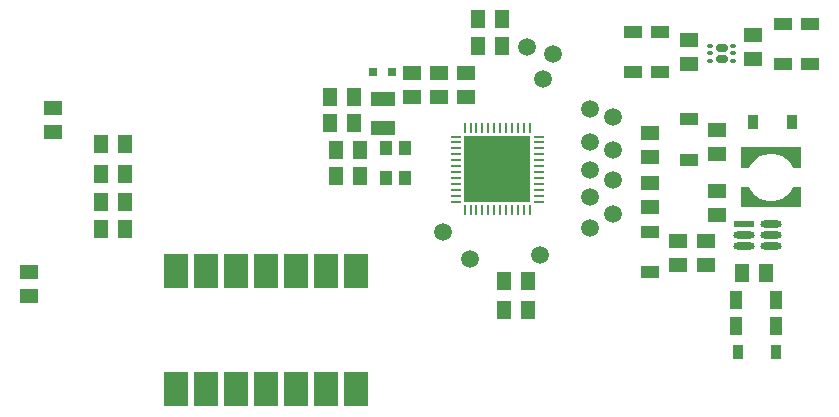
<source format=gtp>
G04*
G04 #@! TF.GenerationSoftware,Altium Limited,Altium Designer,22.2.1 (43)*
G04*
G04 Layer_Color=8421504*
%FSLAX25Y25*%
%MOIN*%
G70*
G04*
G04 #@! TF.SameCoordinates,3A658960-9040-4E96-AE8A-DEED508C0D5D*
G04*
G04*
G04 #@! TF.FilePolarity,Positive*
G04*
G01*
G75*
G04:AMPARAMS|DCode=18|XSize=39.37mil|YSize=27.56mil|CornerRadius=6.89mil|HoleSize=0mil|Usage=FLASHONLY|Rotation=0.000|XOffset=0mil|YOffset=0mil|HoleType=Round|Shape=RoundedRectangle|*
%AMROUNDEDRECTD18*
21,1,0.03937,0.01378,0,0,0.0*
21,1,0.02559,0.02756,0,0,0.0*
1,1,0.01378,0.01280,-0.00689*
1,1,0.01378,-0.01280,-0.00689*
1,1,0.01378,-0.01280,0.00689*
1,1,0.01378,0.01280,0.00689*
%
%ADD18ROUNDEDRECTD18*%
%ADD19R,0.06299X0.04331*%
%ADD20R,0.06300X0.05000*%
%ADD21R,0.03583X0.04803*%
%ADD22C,0.05906*%
%ADD23R,0.05000X0.06300*%
%ADD24R,0.22047X0.22047*%
%ADD25O,0.00984X0.03937*%
%ADD26O,0.03937X0.00984*%
%ADD27R,0.03150X0.03150*%
%ADD28R,0.07874X0.04724*%
%ADD29R,0.03937X0.04724*%
%ADD30R,0.20000X0.02000*%
G04:AMPARAMS|DCode=31|XSize=11.81mil|YSize=17.72mil|CornerRadius=1.95mil|HoleSize=0mil|Usage=FLASHONLY|Rotation=90.000|XOffset=0mil|YOffset=0mil|HoleType=Round|Shape=RoundedRectangle|*
%AMROUNDEDRECTD31*
21,1,0.01181,0.01382,0,0,90.0*
21,1,0.00791,0.01772,0,0,90.0*
1,1,0.00390,0.00691,0.00396*
1,1,0.00390,0.00691,-0.00396*
1,1,0.00390,-0.00691,-0.00396*
1,1,0.00390,-0.00691,0.00396*
%
%ADD31ROUNDEDRECTD31*%
G04:AMPARAMS|DCode=32|XSize=71.07mil|YSize=24.01mil|CornerRadius=12mil|HoleSize=0mil|Usage=FLASHONLY|Rotation=0.000|XOffset=0mil|YOffset=0mil|HoleType=Round|Shape=RoundedRectangle|*
%AMROUNDEDRECTD32*
21,1,0.07107,0.00000,0,0,0.0*
21,1,0.04706,0.02401,0,0,0.0*
1,1,0.02401,0.02353,0.00000*
1,1,0.02401,-0.02353,0.00000*
1,1,0.02401,-0.02353,0.00000*
1,1,0.02401,0.02353,0.00000*
%
%ADD32ROUNDEDRECTD32*%
%ADD33R,0.07107X0.02401*%
%ADD34R,0.04331X0.06299*%
%ADD35R,0.07874X0.11811*%
G36*
X460394Y158262D02*
X457715D01*
X457715Y158262D01*
X457378Y157565D01*
X456511Y156285D01*
X455412Y155196D01*
X454124Y154341D01*
X452694Y153752D01*
X451177Y153451D01*
X449631Y153449D01*
X448113Y153746D01*
X446682Y154332D01*
X445391Y155184D01*
X444289Y156269D01*
X443419Y157547D01*
X443081Y158244D01*
Y158244D01*
X443054Y158262D01*
X440394D01*
Y151362D01*
X460394D01*
Y158262D01*
D02*
G37*
G36*
Y164462D02*
X457715D01*
X457715Y164462D01*
X457378Y165159D01*
X456511Y166440D01*
X455412Y167528D01*
X454124Y168383D01*
X452694Y168972D01*
X451177Y169273D01*
X449631Y169275D01*
X448113Y168978D01*
X446682Y168393D01*
X445391Y167541D01*
X444289Y166455D01*
X443419Y165177D01*
X443081Y164481D01*
D01*
X443054Y164462D01*
X440394D01*
Y171362D01*
X460394D01*
Y164462D01*
D02*
G37*
D18*
X433858Y200984D02*
D03*
Y204528D02*
D03*
D19*
X463386Y199213D02*
D03*
Y212598D02*
D03*
X454331Y199213D02*
D03*
Y212598D02*
D03*
X404331Y209842D02*
D03*
Y196457D02*
D03*
X413386Y209842D02*
D03*
Y196457D02*
D03*
X422835Y167323D02*
D03*
Y180709D02*
D03*
X409842Y143307D02*
D03*
Y129921D02*
D03*
D20*
X444488Y200724D02*
D03*
Y208724D02*
D03*
X422835Y207150D02*
D03*
Y199150D02*
D03*
X432283Y169228D02*
D03*
Y177228D02*
D03*
X409842Y168047D02*
D03*
Y176047D02*
D03*
Y151512D02*
D03*
Y159512D02*
D03*
X348819Y188126D02*
D03*
Y196126D02*
D03*
X339764Y196063D02*
D03*
Y188063D02*
D03*
X330709Y196126D02*
D03*
Y188126D02*
D03*
X203150Y121984D02*
D03*
Y129984D02*
D03*
X211024Y176646D02*
D03*
Y184646D02*
D03*
X432283Y148756D02*
D03*
Y156756D02*
D03*
X419291Y140220D02*
D03*
Y132220D02*
D03*
X428740Y132220D02*
D03*
Y140220D02*
D03*
D21*
X457224Y179921D02*
D03*
X444350D02*
D03*
X452106Y103150D02*
D03*
X439232D02*
D03*
D22*
X397638Y181496D02*
D03*
Y170472D02*
D03*
X390158Y173228D02*
D03*
Y163779D02*
D03*
X397638Y160630D02*
D03*
X390158Y154724D02*
D03*
X397638Y149213D02*
D03*
X390158Y144488D02*
D03*
X373228Y135433D02*
D03*
X350000Y134252D02*
D03*
X340945Y143307D02*
D03*
X390158Y184252D02*
D03*
X377559Y202362D02*
D03*
X368898Y204724D02*
D03*
X374410Y194095D02*
D03*
D23*
X369354Y126772D02*
D03*
X361354D02*
D03*
X369354Y117323D02*
D03*
X361354D02*
D03*
X352693Y214173D02*
D03*
X360693D02*
D03*
X303480Y188189D02*
D03*
X311480D02*
D03*
X303480Y179528D02*
D03*
X311480D02*
D03*
X305449Y170472D02*
D03*
X313449D02*
D03*
X227102Y144095D02*
D03*
X235102D02*
D03*
X227102Y153150D02*
D03*
X235102D02*
D03*
X227039Y162598D02*
D03*
X235039D02*
D03*
X227102Y172441D02*
D03*
X235102D02*
D03*
X360693Y205118D02*
D03*
X352693D02*
D03*
X313386Y161811D02*
D03*
X305386D02*
D03*
X448819Y129527D02*
D03*
X440819D02*
D03*
D24*
X359055Y164173D02*
D03*
D25*
X348228Y177953D02*
D03*
X350197D02*
D03*
X352165D02*
D03*
X354134D02*
D03*
X356102D02*
D03*
X358071D02*
D03*
X360039D02*
D03*
X362008D02*
D03*
X363976D02*
D03*
X365945D02*
D03*
X367913D02*
D03*
X369882D02*
D03*
Y150394D02*
D03*
X367913D02*
D03*
X365945D02*
D03*
X363976D02*
D03*
X362008D02*
D03*
X360039D02*
D03*
X358071D02*
D03*
X356102D02*
D03*
X354134D02*
D03*
X352165D02*
D03*
X350197D02*
D03*
X348228D02*
D03*
D26*
X372835Y175000D02*
D03*
Y173031D02*
D03*
Y171063D02*
D03*
Y169095D02*
D03*
Y167126D02*
D03*
Y165157D02*
D03*
Y163189D02*
D03*
Y161221D02*
D03*
Y159252D02*
D03*
Y157283D02*
D03*
Y155315D02*
D03*
Y153347D02*
D03*
X345276D02*
D03*
Y155315D02*
D03*
Y157283D02*
D03*
Y159252D02*
D03*
Y161221D02*
D03*
Y163189D02*
D03*
Y165157D02*
D03*
Y167126D02*
D03*
Y169095D02*
D03*
Y171063D02*
D03*
Y173031D02*
D03*
Y175000D02*
D03*
D27*
X317717Y196457D02*
D03*
X324016D02*
D03*
D28*
X320866Y187402D02*
D03*
Y177953D02*
D03*
D29*
X321949Y171142D02*
D03*
Y161142D02*
D03*
X328445D02*
D03*
Y171142D02*
D03*
D30*
X450394Y152362D02*
D03*
Y170362D02*
D03*
D31*
X437697Y205315D02*
D03*
Y202756D02*
D03*
Y200197D02*
D03*
X430020D02*
D03*
Y202756D02*
D03*
Y205315D02*
D03*
D32*
X450394Y145866D02*
D03*
Y142126D02*
D03*
Y138386D02*
D03*
X441335D02*
D03*
Y142126D02*
D03*
D33*
Y145866D02*
D03*
D34*
X451968Y120472D02*
D03*
X438583D02*
D03*
X451968Y111811D02*
D03*
X438583D02*
D03*
D35*
X291988Y130118D02*
D03*
X301988D02*
D03*
X311988D02*
D03*
X251988D02*
D03*
X261988D02*
D03*
X271988D02*
D03*
X281988D02*
D03*
X291988Y90748D02*
D03*
X301988D02*
D03*
X311988D02*
D03*
X251988D02*
D03*
X261988D02*
D03*
X271988D02*
D03*
X281988D02*
D03*
M02*

</source>
